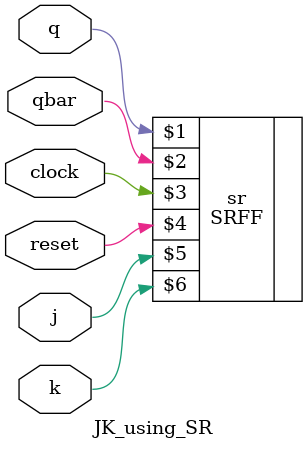
<source format=v>
`timescale 1ns / 1ps


module JK_using_SR(q,qbar,clock,reset,j,k);
    inout q,qbar;
    input clock,reset,j,k;
    wire w0,w1;
    and a1(w0,j,qbar);
    and a2(w1,k,q);
    SRFF sr(q,qbar,clock,reset,j,k); 
endmodule

</source>
